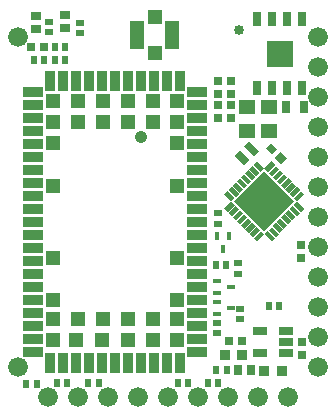
<source format=gbr>
G04 #@! TF.FileFunction,Soldermask,Top*
%FSLAX46Y46*%
G04 Gerber Fmt 4.6, Leading zero omitted, Abs format (unit mm)*
G04 Created by KiCad (PCBNEW 4.0.6) date 01/21/18 22:34:32*
%MOMM*%
%LPD*%
G01*
G04 APERTURE LIST*
%ADD10C,0.100000*%
%ADD11R,0.752400X0.652400*%
%ADD12R,0.652400X0.752400*%
%ADD13C,1.676400*%
%ADD14R,1.652400X0.952400*%
%ADD15R,0.952400X1.652400*%
%ADD16R,1.252400X1.252400*%
%ADD17R,0.652400X1.052400*%
%ADD18C,0.852400*%
%ADD19C,1.052400*%
%ADD20R,0.552400X0.752400*%
%ADD21R,1.152400X1.202400*%
%ADD22R,1.202400X2.352400*%
%ADD23R,0.852400X0.752400*%
%ADD24R,0.752400X0.552400*%
%ADD25R,1.200000X1.200000*%
%ADD26R,0.700000X1.300000*%
%ADD27R,0.752400X0.852400*%
%ADD28R,1.212400X0.802400*%
%ADD29R,1.402400X1.152400*%
%ADD30R,0.685800X0.452400*%
%ADD31R,0.952400X0.902400*%
%ADD32R,0.452400X0.685800*%
G04 APERTURE END LIST*
D10*
D11*
X151076840Y-114589560D03*
X149976840Y-114589560D03*
D12*
X156057600Y-106485600D03*
X156057600Y-107585600D03*
D10*
G36*
X153836658Y-105887951D02*
X153552118Y-106172491D01*
X152949380Y-105569753D01*
X153233920Y-105285213D01*
X153836658Y-105887951D01*
X153836658Y-105887951D01*
G37*
G36*
X154190212Y-105534398D02*
X153905672Y-105818938D01*
X153302934Y-105216200D01*
X153587474Y-104931660D01*
X154190212Y-105534398D01*
X154190212Y-105534398D01*
G37*
G36*
X154543765Y-105180844D02*
X154259225Y-105465384D01*
X153656487Y-104862646D01*
X153941027Y-104578106D01*
X154543765Y-105180844D01*
X154543765Y-105180844D01*
G37*
G36*
X154897319Y-104827291D02*
X154612779Y-105111831D01*
X154010041Y-104509093D01*
X154294581Y-104224553D01*
X154897319Y-104827291D01*
X154897319Y-104827291D01*
G37*
G36*
X155250872Y-104473738D02*
X154966332Y-104758278D01*
X154363594Y-104155540D01*
X154648134Y-103871000D01*
X155250872Y-104473738D01*
X155250872Y-104473738D01*
G37*
G36*
X155604425Y-104120184D02*
X155319885Y-104404724D01*
X154717147Y-103801986D01*
X155001687Y-103517446D01*
X155604425Y-104120184D01*
X155604425Y-104120184D01*
G37*
G36*
X155957979Y-103766631D02*
X155673439Y-104051171D01*
X155070701Y-103448433D01*
X155355241Y-103163893D01*
X155957979Y-103766631D01*
X155957979Y-103766631D01*
G37*
G36*
X156311532Y-103413077D02*
X156026992Y-103697617D01*
X155424254Y-103094879D01*
X155708794Y-102810339D01*
X156311532Y-103413077D01*
X156311532Y-103413077D01*
G37*
G36*
X156026992Y-101891101D02*
X156311532Y-102175641D01*
X155708794Y-102778379D01*
X155424254Y-102493839D01*
X156026992Y-101891101D01*
X156026992Y-101891101D01*
G37*
G36*
X155673439Y-101537547D02*
X155957979Y-101822087D01*
X155355241Y-102424825D01*
X155070701Y-102140285D01*
X155673439Y-101537547D01*
X155673439Y-101537547D01*
G37*
G36*
X155319885Y-101183994D02*
X155604425Y-101468534D01*
X155001687Y-102071272D01*
X154717147Y-101786732D01*
X155319885Y-101183994D01*
X155319885Y-101183994D01*
G37*
G36*
X154966332Y-100830440D02*
X155250872Y-101114980D01*
X154648134Y-101717718D01*
X154363594Y-101433178D01*
X154966332Y-100830440D01*
X154966332Y-100830440D01*
G37*
G36*
X154612779Y-100476887D02*
X154897319Y-100761427D01*
X154294581Y-101364165D01*
X154010041Y-101079625D01*
X154612779Y-100476887D01*
X154612779Y-100476887D01*
G37*
G36*
X154259225Y-100123334D02*
X154543765Y-100407874D01*
X153941027Y-101010612D01*
X153656487Y-100726072D01*
X154259225Y-100123334D01*
X154259225Y-100123334D01*
G37*
G36*
X153905672Y-99769780D02*
X154190212Y-100054320D01*
X153587474Y-100657058D01*
X153302934Y-100372518D01*
X153905672Y-99769780D01*
X153905672Y-99769780D01*
G37*
G36*
X153552118Y-99416227D02*
X153836658Y-99700767D01*
X153233920Y-100303505D01*
X152949380Y-100018965D01*
X153552118Y-99416227D01*
X153552118Y-99416227D01*
G37*
G36*
X152917420Y-100018965D02*
X152632880Y-100303505D01*
X152030142Y-99700767D01*
X152314682Y-99416227D01*
X152917420Y-100018965D01*
X152917420Y-100018965D01*
G37*
G36*
X152563866Y-100372518D02*
X152279326Y-100657058D01*
X151676588Y-100054320D01*
X151961128Y-99769780D01*
X152563866Y-100372518D01*
X152563866Y-100372518D01*
G37*
G36*
X152210313Y-100726072D02*
X151925773Y-101010612D01*
X151323035Y-100407874D01*
X151607575Y-100123334D01*
X152210313Y-100726072D01*
X152210313Y-100726072D01*
G37*
G36*
X151856759Y-101079625D02*
X151572219Y-101364165D01*
X150969481Y-100761427D01*
X151254021Y-100476887D01*
X151856759Y-101079625D01*
X151856759Y-101079625D01*
G37*
G36*
X151503206Y-101433178D02*
X151218666Y-101717718D01*
X150615928Y-101114980D01*
X150900468Y-100830440D01*
X151503206Y-101433178D01*
X151503206Y-101433178D01*
G37*
G36*
X151149653Y-101786732D02*
X150865113Y-102071272D01*
X150262375Y-101468534D01*
X150546915Y-101183994D01*
X151149653Y-101786732D01*
X151149653Y-101786732D01*
G37*
G36*
X150796099Y-102140285D02*
X150511559Y-102424825D01*
X149908821Y-101822087D01*
X150193361Y-101537547D01*
X150796099Y-102140285D01*
X150796099Y-102140285D01*
G37*
G36*
X150442546Y-102493839D02*
X150158006Y-102778379D01*
X149555268Y-102175641D01*
X149839808Y-101891101D01*
X150442546Y-102493839D01*
X150442546Y-102493839D01*
G37*
G36*
X150158006Y-102810339D02*
X150442546Y-103094879D01*
X149839808Y-103697617D01*
X149555268Y-103413077D01*
X150158006Y-102810339D01*
X150158006Y-102810339D01*
G37*
G36*
X150511559Y-103163893D02*
X150796099Y-103448433D01*
X150193361Y-104051171D01*
X149908821Y-103766631D01*
X150511559Y-103163893D01*
X150511559Y-103163893D01*
G37*
G36*
X150865113Y-103517446D02*
X151149653Y-103801986D01*
X150546915Y-104404724D01*
X150262375Y-104120184D01*
X150865113Y-103517446D01*
X150865113Y-103517446D01*
G37*
G36*
X151218666Y-103871000D02*
X151503206Y-104155540D01*
X150900468Y-104758278D01*
X150615928Y-104473738D01*
X151218666Y-103871000D01*
X151218666Y-103871000D01*
G37*
G36*
X151572219Y-104224553D02*
X151856759Y-104509093D01*
X151254021Y-105111831D01*
X150969481Y-104827291D01*
X151572219Y-104224553D01*
X151572219Y-104224553D01*
G37*
G36*
X151925773Y-104578106D02*
X152210313Y-104862646D01*
X151607575Y-105465384D01*
X151323035Y-105180844D01*
X151925773Y-104578106D01*
X151925773Y-104578106D01*
G37*
G36*
X152279326Y-104931660D02*
X152563866Y-105216200D01*
X151961128Y-105818938D01*
X151676588Y-105534398D01*
X152279326Y-104931660D01*
X152279326Y-104931660D01*
G37*
G36*
X152632880Y-105285213D02*
X152917420Y-105569753D01*
X152314682Y-106172491D01*
X152030142Y-105887951D01*
X152632880Y-105285213D01*
X152632880Y-105285213D01*
G37*
G36*
X154260922Y-101574600D02*
X152933400Y-102902122D01*
X151605878Y-101574600D01*
X152933400Y-100247078D01*
X154260922Y-101574600D01*
X154260922Y-101574600D01*
G37*
G36*
X153041163Y-102794359D02*
X151713641Y-104121881D01*
X150386119Y-102794359D01*
X151713641Y-101466837D01*
X153041163Y-102794359D01*
X153041163Y-102794359D01*
G37*
G36*
X155480681Y-102794359D02*
X154153159Y-104121881D01*
X152825637Y-102794359D01*
X154153159Y-101466837D01*
X155480681Y-102794359D01*
X155480681Y-102794359D01*
G37*
G36*
X154260922Y-104014118D02*
X152933400Y-105341640D01*
X151605878Y-104014118D01*
X152933400Y-102686596D01*
X154260922Y-104014118D01*
X154260922Y-104014118D01*
G37*
D13*
X157480000Y-116840000D03*
X157480000Y-114300000D03*
X157480000Y-111760000D03*
X157480000Y-109220000D03*
X157480000Y-106680000D03*
X132080000Y-116840000D03*
X134620000Y-119380000D03*
X137160000Y-119380000D03*
X139700000Y-119380000D03*
X142240000Y-119380000D03*
X144780000Y-119380000D03*
X147320000Y-119380000D03*
X149860000Y-119380000D03*
X152400000Y-119380000D03*
X154940000Y-119380000D03*
X157480000Y-88900000D03*
X132080000Y-88900000D03*
X157480000Y-104140000D03*
X157480000Y-101600000D03*
X157480000Y-99060000D03*
X157480000Y-96520000D03*
X157480000Y-93980000D03*
X157480000Y-91440000D03*
D14*
X133385000Y-93521000D03*
X133385000Y-94621000D03*
X133385000Y-95721000D03*
X133385000Y-96821000D03*
X133385000Y-97921000D03*
X133385000Y-99021000D03*
X133385000Y-100121000D03*
X133385000Y-101221000D03*
X133385000Y-102321000D03*
X133385000Y-103421000D03*
X133385000Y-104521000D03*
X133385000Y-105621000D03*
X133385000Y-106721000D03*
X133385000Y-107821000D03*
X133385000Y-108921000D03*
X133385000Y-110021000D03*
X133385000Y-111121000D03*
X133385000Y-112221000D03*
X133385000Y-113321000D03*
X133385000Y-114421000D03*
X133385000Y-115521000D03*
D15*
X134835000Y-116471000D03*
X135935000Y-116471000D03*
X137035000Y-116471000D03*
X138135000Y-116471000D03*
X139235000Y-116471000D03*
X140335000Y-116471000D03*
X141435000Y-116471000D03*
X142535000Y-116471000D03*
X143635000Y-116471000D03*
X144735000Y-116471000D03*
X145835000Y-116471000D03*
D14*
X147285000Y-115521000D03*
X147285000Y-114421000D03*
X147285000Y-113321000D03*
X147285000Y-112221000D03*
X147285000Y-111121000D03*
X147285000Y-110021000D03*
X147285000Y-108921000D03*
X147285000Y-107821000D03*
X147285000Y-106721000D03*
X147285000Y-105621000D03*
X147285000Y-104521000D03*
X147285000Y-103421000D03*
X147285000Y-102321000D03*
X147285000Y-101221000D03*
X147285000Y-100121000D03*
X147285000Y-99021000D03*
X147285000Y-97921000D03*
X147285000Y-96821000D03*
X147285000Y-95721000D03*
X147285000Y-94621000D03*
X147285000Y-93521000D03*
D15*
X145835000Y-92571000D03*
X144735000Y-92571000D03*
X143635000Y-92571000D03*
X142535000Y-92571000D03*
X141435000Y-92571000D03*
X140335000Y-92571000D03*
X139235000Y-92571000D03*
X138135000Y-92571000D03*
X137035000Y-92571000D03*
X135935000Y-92571000D03*
X134835000Y-92571000D03*
D16*
X135085000Y-94271000D03*
X137185000Y-94271000D03*
X139285000Y-94271000D03*
X141385000Y-94271000D03*
X143485000Y-94271000D03*
X145585000Y-94271000D03*
X135085000Y-96071000D03*
X137185000Y-96071000D03*
X139285000Y-96071000D03*
X141385000Y-96071000D03*
X143485000Y-96071000D03*
X145585000Y-96071000D03*
X135085000Y-97871000D03*
X145585000Y-97871000D03*
X135085000Y-101471000D03*
X145585000Y-101471000D03*
X135085000Y-107571000D03*
X145585000Y-107571000D03*
X135085000Y-111171000D03*
X145585000Y-111171000D03*
X135085000Y-112771000D03*
X137185000Y-112771000D03*
X139285000Y-112771000D03*
X141385000Y-112771000D03*
X143485000Y-112771000D03*
X145585000Y-112771000D03*
X135085000Y-114571000D03*
X137035000Y-114571000D03*
X139185000Y-114571000D03*
X141385000Y-114571000D03*
X143485000Y-114571000D03*
X145585000Y-114571000D03*
D17*
X156305380Y-94782640D03*
X154805380Y-94782640D03*
D18*
X150825200Y-88313200D03*
D19*
X142525200Y-97313200D03*
D20*
X138912600Y-118211600D03*
X138012600Y-118211600D03*
X135186000Y-90868500D03*
X136086000Y-90868500D03*
X135186000Y-89725500D03*
X136086000Y-89725500D03*
X133408000Y-90868500D03*
X134308000Y-90868500D03*
D11*
X134281000Y-89725500D03*
X133181000Y-89725500D03*
D21*
X143662400Y-90221800D03*
D22*
X145137400Y-88696800D03*
D21*
X143662400Y-87171800D03*
D22*
X142187400Y-88696800D03*
D12*
X149021800Y-93691800D03*
X149021800Y-92591800D03*
X150114000Y-94674600D03*
X150114000Y-95774600D03*
X149047200Y-94674600D03*
X149047200Y-95774600D03*
X150114000Y-93691800D03*
X150114000Y-92591800D03*
D23*
X133593840Y-87114380D03*
X133593840Y-88214380D03*
X136070340Y-87063400D03*
X136070340Y-88163400D03*
D24*
X134749540Y-88491060D03*
X134749540Y-87591060D03*
D20*
X149725800Y-108204000D03*
X148825800Y-108204000D03*
D24*
X148971000Y-113969800D03*
X148971000Y-113069800D03*
D20*
X133673000Y-118237000D03*
X132773000Y-118237000D03*
D24*
X137358120Y-88562180D03*
X137358120Y-87662180D03*
D25*
X153741500Y-90797000D03*
D26*
X152336500Y-93197000D03*
X153606500Y-93197000D03*
X154876500Y-93197000D03*
X156146500Y-93197000D03*
X156146500Y-87397000D03*
X154876500Y-87397000D03*
X153606500Y-87397000D03*
X152336500Y-87397000D03*
D25*
X153741500Y-89797000D03*
X154741500Y-90797000D03*
X154741500Y-89797000D03*
D24*
X150723600Y-108958800D03*
X150723600Y-108058800D03*
X150901400Y-111894200D03*
X150901400Y-112794200D03*
D12*
X156133800Y-115840600D03*
X156133800Y-114740600D03*
D10*
G36*
X154834981Y-99161684D02*
X154373664Y-99623001D01*
X153841637Y-99090974D01*
X154302954Y-98629657D01*
X154834981Y-99161684D01*
X154834981Y-99161684D01*
G37*
G36*
X154057163Y-98383866D02*
X153595846Y-98845183D01*
X153063819Y-98313156D01*
X153525136Y-97851839D01*
X154057163Y-98383866D01*
X154057163Y-98383866D01*
G37*
D27*
X151781600Y-117068600D03*
X150681600Y-117068600D03*
D20*
X136263800Y-118186200D03*
X135363800Y-118186200D03*
X149776600Y-117068600D03*
X148876600Y-117068600D03*
D28*
X154803200Y-115641200D03*
X154803200Y-114691200D03*
X154803200Y-113741200D03*
X152603200Y-113741200D03*
X152603200Y-115641200D03*
D20*
X146500000Y-118211600D03*
X145600000Y-118211600D03*
X149040000Y-118211600D03*
X148140000Y-118211600D03*
D29*
X151511000Y-94834200D03*
X151511000Y-96834200D03*
X153365200Y-94808800D03*
X153365200Y-96808800D03*
D30*
X148954000Y-110532800D03*
X148954000Y-109532800D03*
X150114000Y-110032800D03*
X148924400Y-112336200D03*
X148924400Y-111336200D03*
X150084400Y-111836200D03*
D31*
X149582440Y-115811300D03*
X151082440Y-115811300D03*
X152946100Y-117195600D03*
X154446100Y-117195600D03*
D32*
X148953600Y-105693600D03*
X149953600Y-105693600D03*
X149453600Y-106853600D03*
D24*
X149047200Y-103829700D03*
X149047200Y-104729700D03*
D20*
X154221600Y-111658400D03*
X153321600Y-111658400D03*
D10*
G36*
X151677123Y-97698007D02*
X152491993Y-98512877D01*
X152030677Y-98974193D01*
X151215807Y-98159323D01*
X151677123Y-97698007D01*
X151677123Y-97698007D01*
G37*
G36*
X150899305Y-98475825D02*
X151714175Y-99290695D01*
X151252859Y-99752011D01*
X150437989Y-98937141D01*
X150899305Y-98475825D01*
X150899305Y-98475825D01*
G37*
M02*

</source>
